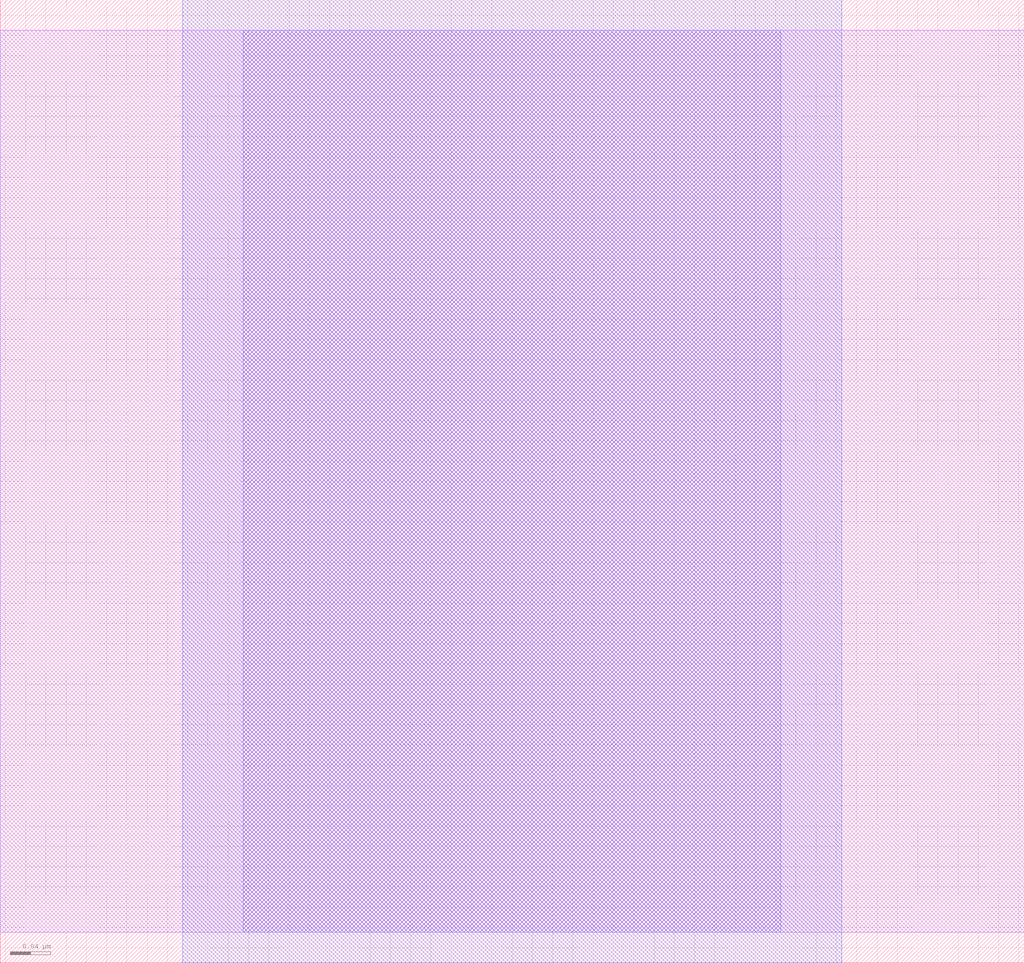
<source format=lef>
# Copyright 2020 The SkyWater PDK Authors
#
# Licensed under the Apache License, Version 2.0 (the "License");
# you may not use this file except in compliance with the License.
# You may obtain a copy of the License at
#
#     https://www.apache.org/licenses/LICENSE-2.0
#
# Unless required by applicable law or agreed to in writing, software
# distributed under the License is distributed on an "AS IS" BASIS,
# WITHOUT WARRANTIES OR CONDITIONS OF ANY KIND, either express or implied.
# See the License for the specific language governing permissions and
# limitations under the License.
#
# SPDX-License-Identifier: Apache-2.0

VERSION 5.7 ;
  NOWIREEXTENSIONATPIN ON ;
  DIVIDERCHAR "/" ;
  BUSBITCHARS "[]" ;
MACRO sky130_fd_pr__tpm1__example_180122668
  CLASS BLOCK ;
  FOREIGN sky130_fd_pr__tpm1__example_180122668 ;
  ORIGIN  0.005000 -0.025000 ;
  SIZE  1.010000 BY  0.950000 ;
  OBS
    LAYER li1 ;
      RECT -0.005000 0.055000 1.005000 0.945000 ;
    LAYER mcon ;
      RECT 0.235000 0.055000 0.765000 0.945000 ;
    LAYER met1 ;
      RECT 0.175000 0.025000 0.825000 0.975000 ;
  END
END sky130_fd_pr__tpm1__example_180122668
END LIBRARY

</source>
